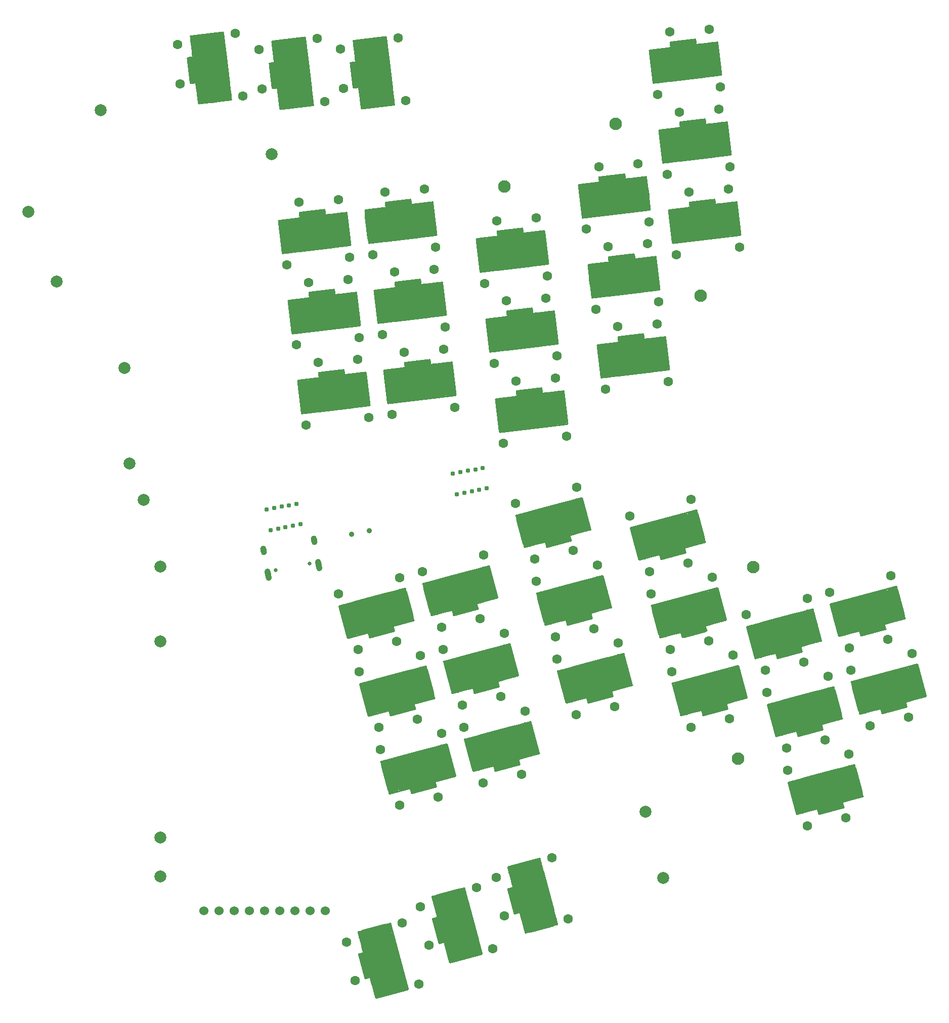
<source format=gbr>
%TF.GenerationSoftware,KiCad,Pcbnew,(5.99.0-11571-g293f207356)*%
%TF.CreationDate,2021-10-03T12:50:15-05:00*%
%TF.ProjectId,fusion,66757369-6f6e-42e6-9b69-6361645f7063,rev?*%
%TF.SameCoordinates,Original*%
%TF.FileFunction,Soldermask,Bot*%
%TF.FilePolarity,Negative*%
%FSLAX46Y46*%
G04 Gerber Fmt 4.6, Leading zero omitted, Abs format (unit mm)*
G04 Created by KiCad (PCBNEW (5.99.0-11571-g293f207356)) date 2021-10-03 12:50:15*
%MOMM*%
%LPD*%
G01*
G04 APERTURE LIST*
G04 Aperture macros list*
%AMHorizOval*
0 Thick line with rounded ends*
0 $1 width*
0 $2 $3 position (X,Y) of the first rounded end (center of the circle)*
0 $4 $5 position (X,Y) of the second rounded end (center of the circle)*
0 Add line between two ends*
20,1,$1,$2,$3,$4,$5,0*
0 Add two circle primitives to create the rounded ends*
1,1,$1,$2,$3*
1,1,$1,$4,$5*%
G04 Aperture macros list end*
%ADD10C,1.600000*%
%ADD11HorizOval,0.300000X2.028444X0.543520X-2.028444X-0.543520X0*%
%ADD12HorizOval,1.000000X1.690370X0.452933X-1.690370X-0.452933X0*%
%ADD13HorizOval,5.800000X2.849481X0.763516X-2.849481X-0.763516X0*%
%ADD14HorizOval,0.300000X-0.711752X2.656296X0.711752X-2.656296X0*%
%ADD15HorizOval,2.000000X-0.491756X1.835259X0.491756X-1.835259X0*%
%ADD16HorizOval,0.300000X5.505777X1.475269X-5.505777X-1.475269X0*%
%ADD17HorizOval,0.300000X-0.103528X0.386370X0.103528X-0.386370X0*%
%ADD18C,2.100000*%
%ADD19HorizOval,0.300000X0.325611X-2.730655X-0.325611X2.730655X0*%
%ADD20HorizOval,5.800000X-2.929248X-0.349292X2.929248X0.349292X0*%
%ADD21HorizOval,0.300000X-5.659903X-0.674903X5.659903X0.674903X0*%
%ADD22HorizOval,2.000000X-0.224968X1.886634X0.224968X-1.886634X0*%
%ADD23HorizOval,0.300000X0.047362X-0.397186X-0.047362X0.397186X0*%
%ADD24HorizOval,1.000000X-1.737690X-0.207207X1.737690X0.207207X0*%
%ADD25HorizOval,0.300000X-2.085228X-0.248648X2.085228X0.248648X0*%
%ADD26C,2.000000*%
%ADD27HorizOval,0.300000X1.475269X-5.505777X-1.475269X5.505777X0*%
%ADD28HorizOval,1.000000X0.452933X-1.690370X-0.452933X1.690370X0*%
%ADD29HorizOval,2.000000X-1.835259X-0.491756X1.835259X0.491756X0*%
%ADD30HorizOval,0.300000X2.656296X0.711752X-2.656296X-0.711752X0*%
%ADD31HorizOval,0.300000X0.386370X0.103528X-0.386370X-0.103528X0*%
%ADD32HorizOval,0.300000X0.543520X-2.028444X-0.543520X2.028444X0*%
%ADD33HorizOval,5.800000X0.763516X-2.849481X-0.763516X2.849481X0*%
%ADD34HorizOval,0.300000X2.730655X0.325611X-2.730655X-0.325611X0*%
%ADD35HorizOval,2.000000X-1.886634X-0.224968X1.886634X0.224968X0*%
%ADD36HorizOval,0.300000X0.674903X-5.659903X-0.674903X5.659903X0*%
%ADD37HorizOval,0.300000X0.397186X0.047362X-0.397186X-0.047362X0*%
%ADD38HorizOval,5.800000X0.349292X-2.929248X-0.349292X2.929248X0*%
%ADD39HorizOval,1.000000X0.207207X-1.737690X-0.207207X1.737690X0*%
%ADD40HorizOval,0.300000X0.248648X-2.085228X-0.248648X2.085228X0*%
%ADD41C,0.900000*%
%ADD42C,1.524000*%
%ADD43C,0.787400*%
%ADD44HorizOval,1.000000X-0.104945X0.539895X0.104945X-0.539895X0*%
%ADD45HorizOval,1.000000X-0.057243X0.294488X0.057243X-0.294488X0*%
%ADD46C,0.650000*%
G04 APERTURE END LIST*
D10*
%TO.C,K30*%
X202600635Y-75436453D03*
X192361822Y-78179935D03*
X195606656Y-87507954D03*
X202040093Y-86094703D03*
D11*
X199655308Y-84921971D03*
D12*
X199564722Y-84583897D03*
D13*
X198710619Y-81396341D03*
D14*
X204216396Y-79921073D03*
X193204842Y-82871610D03*
D15*
X194025879Y-82651614D03*
D16*
X197998866Y-78740045D03*
D17*
X201580225Y-83992080D03*
X197523337Y-85079120D03*
D15*
X203395359Y-80141069D03*
D16*
X199422371Y-84052637D03*
%TD*%
D10*
%TO.C,K32*%
X167827305Y-84753937D03*
X157588492Y-87497419D03*
X160833326Y-96825438D03*
X167266763Y-95412187D03*
D14*
X169443066Y-89238557D03*
D16*
X164649041Y-93370121D03*
D13*
X163937289Y-90713825D03*
D15*
X168622029Y-89458553D03*
D17*
X166806895Y-93309564D03*
X162750007Y-94396604D03*
D12*
X164791392Y-93901381D03*
D16*
X163225536Y-88057529D03*
D15*
X159252549Y-91969098D03*
D11*
X164881978Y-94239455D03*
D14*
X158431512Y-92189094D03*
%TD*%
D18*
%TO.C,H17*%
X205999958Y-60650011D03*
%TD*%
%TO.C,H18*%
X203499958Y-92750015D03*
%TD*%
D10*
%TO.C,K5*%
X131121163Y-36851782D03*
X141646598Y-35596700D03*
X139765384Y-25901241D03*
X133196149Y-26382449D03*
D19*
X130161558Y-32182558D03*
D20*
X135821462Y-31507655D03*
D21*
X135495851Y-28777000D03*
D22*
X140637344Y-30933396D03*
X131005579Y-32081914D03*
D23*
X133351421Y-28529165D03*
X137521876Y-28031869D03*
D19*
X141481365Y-30832752D03*
D24*
X135430729Y-28230869D03*
D21*
X136147073Y-34238310D03*
D25*
X135389287Y-27883331D03*
%TD*%
D10*
%TO.C,K35*%
X229059569Y-62135147D03*
X218820756Y-64878629D03*
X222065590Y-74206648D03*
X228499027Y-72793397D03*
D16*
X225881305Y-70751331D03*
D14*
X219663776Y-69570304D03*
D11*
X226114242Y-71620665D03*
D12*
X226023656Y-71282591D03*
D17*
X228039159Y-70690774D03*
X223982271Y-71777814D03*
D14*
X230675330Y-66619767D03*
D15*
X220484813Y-69350308D03*
X229854293Y-66839763D03*
D16*
X224457800Y-65438739D03*
D13*
X225169553Y-68095035D03*
%TD*%
D18*
%TO.C,H9*%
X183017721Y13612784D03*
%TD*%
D26*
%TO.C,H1*%
X190905519Y-112734265D03*
X187929100Y-101626118D03*
%TD*%
D10*
%TO.C,K2*%
X181265923Y-30872379D03*
X191791358Y-29617297D03*
X189910144Y-19921838D03*
X183340909Y-20403046D03*
D22*
X190782104Y-24953993D03*
D21*
X186291833Y-28258907D03*
D23*
X183496181Y-22549762D03*
D25*
X185534047Y-21903928D03*
D19*
X191626125Y-24853349D03*
D24*
X185575489Y-22251466D03*
D21*
X185640611Y-22797597D03*
D19*
X180306318Y-26203155D03*
D20*
X185966222Y-25528252D03*
D22*
X181150339Y-26102511D03*
D23*
X187666636Y-22052466D03*
%TD*%
D10*
%TO.C,K28*%
X150327324Y-75466817D03*
X140088511Y-78210299D03*
X143333345Y-87538318D03*
X149766782Y-86125067D03*
D15*
X151122048Y-80171433D03*
D17*
X149306914Y-84022444D03*
X145250026Y-85109484D03*
D14*
X140931531Y-82901974D03*
D11*
X147381997Y-84952335D03*
D16*
X145725555Y-78770409D03*
D13*
X146437308Y-81426705D03*
D14*
X151943085Y-79951437D03*
D16*
X147149060Y-84083001D03*
D15*
X141752568Y-82681978D03*
D12*
X147291411Y-84614261D03*
%TD*%
D18*
%TO.C,H8*%
X197222707Y-15170343D03*
%TD*%
D10*
%TO.C,K7*%
X179667464Y-17467351D03*
X190192899Y-16212269D03*
X188311685Y-6516810D03*
X181742450Y-6998018D03*
D25*
X183935588Y-8498900D03*
D23*
X181897722Y-9144734D03*
D20*
X184367763Y-12123224D03*
D19*
X178707859Y-12798127D03*
D21*
X184693374Y-14853879D03*
D22*
X189183645Y-11548965D03*
D23*
X186068177Y-8647438D03*
D22*
X179551880Y-12697483D03*
D21*
X184042152Y-9392569D03*
D19*
X190027666Y-11448321D03*
D24*
X183977030Y-8846438D03*
%TD*%
D10*
%TO.C,K37*%
X162396405Y-124566126D03*
X159652923Y-114327313D03*
X150324904Y-117572147D03*
X151738155Y-124005584D03*
D27*
X153780221Y-121387862D03*
D28*
X153248961Y-121530213D03*
D29*
X155181244Y-115991370D03*
D30*
X154961248Y-115170333D03*
D31*
X153840778Y-123545716D03*
D32*
X152910887Y-121620799D03*
D33*
X156436517Y-120676110D03*
D27*
X159092813Y-119964357D03*
D31*
X152753738Y-119488828D03*
D29*
X157691789Y-125360850D03*
D30*
X157911785Y-126181887D03*
%TD*%
D10*
%TO.C,K18*%
X120574246Y18236945D03*
X119319164Y28762380D03*
X109623705Y26881166D03*
X110104913Y20311931D03*
D34*
X115905022Y17277340D03*
D35*
X115804378Y18121361D03*
X114655860Y27753126D03*
D36*
X117960774Y23262855D03*
D37*
X111754333Y24637658D03*
D34*
X114555216Y28597147D03*
D36*
X112499464Y22611633D03*
D37*
X112251629Y20467203D03*
D38*
X115230119Y22937244D03*
D39*
X111953333Y22546511D03*
D40*
X111605795Y22505069D03*
%TD*%
D10*
%TO.C,K11*%
X189980531Y18506820D03*
X200505966Y19761902D03*
X198624752Y29457361D03*
X192055517Y28976153D03*
D21*
X194355219Y26581602D03*
D22*
X199496712Y24425206D03*
D19*
X189020926Y23176044D03*
X200340733Y24525850D03*
D24*
X194290097Y27127733D03*
D23*
X196381244Y27326733D03*
D20*
X194680830Y23850947D03*
D25*
X194248655Y27475271D03*
D22*
X189864947Y23276688D03*
D23*
X192210789Y26829437D03*
D21*
X195006441Y21120292D03*
%TD*%
D10*
%TO.C,K12*%
X178069011Y-4062314D03*
X188594446Y-2807232D03*
X186713232Y6888227D03*
X180143997Y6407019D03*
D21*
X182443699Y4012468D03*
D25*
X182337135Y4906137D03*
D19*
X188429213Y1956716D03*
D22*
X187585192Y1856072D03*
D21*
X183094921Y-1448842D03*
D19*
X177109406Y606910D03*
D23*
X184469724Y4757599D03*
D24*
X182378577Y4558599D03*
D22*
X177953427Y707554D03*
D23*
X180299269Y4260303D03*
D20*
X182769310Y1281813D03*
%TD*%
D10*
%TO.C,K34*%
X232553625Y-75175143D03*
X222314812Y-77918625D03*
X225559646Y-87246644D03*
X231993083Y-85833393D03*
D17*
X231533215Y-83730770D03*
D11*
X229608298Y-84660661D03*
D17*
X227476327Y-84817810D03*
D14*
X223157832Y-82610300D03*
X234169386Y-79659763D03*
D16*
X229375361Y-83791327D03*
X227951856Y-78478735D03*
D15*
X223978869Y-82390304D03*
D13*
X228663609Y-81135031D03*
D12*
X229517712Y-84322587D03*
D15*
X233348349Y-79879759D03*
%TD*%
D10*
%TO.C,K29*%
X222041759Y-91968020D03*
X211802946Y-94711502D03*
X215047780Y-104039521D03*
X221481217Y-102626270D03*
D13*
X218151743Y-97927908D03*
D11*
X219096432Y-101453538D03*
D15*
X213467003Y-99183181D03*
D14*
X223657520Y-96452640D03*
D17*
X216964461Y-101610687D03*
D15*
X222836483Y-96672636D03*
D17*
X221021349Y-100523647D03*
D16*
X217439990Y-95271612D03*
X218863495Y-100584204D03*
D12*
X219005846Y-101115464D03*
D14*
X212645966Y-99403177D03*
%TD*%
D10*
%TO.C,K25*%
X199106576Y-62396453D03*
X188867763Y-65139935D03*
X192112597Y-74467954D03*
X198546034Y-73054703D03*
D14*
X200722337Y-66881073D03*
D13*
X195216560Y-68356341D03*
D15*
X199901300Y-67101069D03*
D14*
X189710783Y-69831610D03*
D12*
X196070663Y-71543897D03*
D11*
X196161249Y-71881971D03*
D16*
X195928312Y-71012637D03*
X194504807Y-65700045D03*
D15*
X190531820Y-69611614D03*
D17*
X194029278Y-72039120D03*
X198086166Y-70952080D03*
%TD*%
D18*
%TO.C,H15*%
X164327219Y3121450D03*
%TD*%
D10*
%TO.C,K23*%
X146833266Y-62426815D03*
X136594453Y-65170297D03*
X139839287Y-74498316D03*
X146272724Y-73085065D03*
D12*
X143797353Y-71574259D03*
D17*
X141755968Y-72069482D03*
D14*
X137437473Y-69861972D03*
D11*
X143887939Y-71912333D03*
D14*
X148449027Y-66911435D03*
D17*
X145812856Y-70982442D03*
D15*
X138258510Y-69641976D03*
D16*
X142231497Y-65730407D03*
X143655002Y-71042999D03*
D13*
X142943250Y-68386703D03*
D15*
X147627990Y-67131431D03*
%TD*%
D10*
%TO.C,K16*%
X147857931Y17461986D03*
X146602849Y27987421D03*
X136907390Y26106207D03*
X137388598Y19536972D03*
D37*
X139038018Y23862699D03*
D34*
X143188707Y16502381D03*
X141838901Y27822188D03*
D36*
X139783149Y21836674D03*
D38*
X142513804Y22162285D03*
D40*
X138889480Y21730110D03*
D35*
X141939545Y26978167D03*
D39*
X139237018Y21771552D03*
D37*
X139535314Y19692244D03*
D36*
X145244459Y22487896D03*
D35*
X143088063Y17346402D03*
%TD*%
D41*
%TO.C,SW2*%
X141735933Y-54608072D03*
X138791051Y-55180499D03*
%TD*%
D10*
%TO.C,K22*%
X160839190Y-58673940D03*
X150600377Y-61417422D03*
X153845211Y-70745441D03*
X160278648Y-69332190D03*
D14*
X151443397Y-66109097D03*
X162454951Y-63158560D03*
D13*
X156949174Y-64633828D03*
D17*
X159818780Y-67229567D03*
D16*
X157660926Y-67290124D03*
D17*
X155761892Y-68316607D03*
D12*
X157803277Y-67821384D03*
D16*
X156237421Y-61977532D03*
D15*
X161633914Y-63378556D03*
D11*
X157893863Y-68159458D03*
D15*
X152264434Y-65889101D03*
%TD*%
D10*
%TO.C,K33*%
X153821378Y-88506814D03*
X143582565Y-91250296D03*
X146827399Y-100578315D03*
X153260836Y-99165064D03*
D17*
X152800968Y-97062441D03*
D16*
X149219609Y-91810406D03*
D15*
X145246622Y-95721975D03*
D14*
X144425585Y-95941971D03*
D17*
X148744080Y-98149481D03*
D11*
X150876051Y-97992332D03*
D12*
X150785465Y-97654258D03*
D14*
X155437139Y-92991434D03*
D16*
X150643114Y-97122998D03*
D15*
X154616102Y-93211430D03*
D13*
X149931362Y-94466702D03*
%TD*%
D10*
%TO.C,K31*%
X183402230Y-73333721D03*
X173163417Y-76077203D03*
X176408251Y-85405222D03*
X182841688Y-83991971D03*
D14*
X185017991Y-77818341D03*
D13*
X179512214Y-79293609D03*
D15*
X174827474Y-80548882D03*
D17*
X182381820Y-81889348D03*
X178324932Y-82976388D03*
D15*
X184196954Y-78038337D03*
D16*
X178800461Y-76637313D03*
D14*
X174006437Y-80768878D03*
D12*
X180366317Y-82481165D03*
D16*
X180223966Y-81949905D03*
D11*
X180456903Y-82819239D03*
%TD*%
D10*
%TO.C,K13*%
X161024458Y-13144342D03*
X171549893Y-11889260D03*
X169668679Y-2193801D03*
X163099444Y-2675009D03*
D19*
X160064853Y-8475118D03*
D22*
X170540639Y-7225956D03*
X160908874Y-8374474D03*
D24*
X165334024Y-4523429D03*
D21*
X165399146Y-5069560D03*
X166050368Y-10530870D03*
D20*
X165724757Y-7800215D03*
D19*
X171384660Y-7125312D03*
D23*
X167425171Y-4324429D03*
X163254716Y-4821725D03*
D25*
X165292582Y-4175891D03*
%TD*%
D26*
%TO.C,H13*%
X104012081Y-49382420D03*
X101598190Y-43347262D03*
%TD*%
%TO.C,H14*%
X106749956Y-112500013D03*
X106749956Y-106000013D03*
%TD*%
D42*
%TO.C,LCD1*%
X114089962Y-118218011D03*
X116629962Y-118218011D03*
X119169962Y-118218011D03*
X121709962Y-118218011D03*
X124249962Y-118218011D03*
X126789962Y-118218011D03*
X129329962Y-118218011D03*
X131869962Y-118218011D03*
X134409962Y-118218011D03*
%TD*%
D10*
%TO.C,K17*%
X134275292Y17352981D03*
X133020210Y27878416D03*
X123324751Y25997202D03*
X123805959Y19427967D03*
D37*
X125952675Y19583239D03*
D35*
X128356906Y26869162D03*
D39*
X125654379Y21662547D03*
D34*
X129606068Y16393376D03*
D38*
X128931165Y22053280D03*
D34*
X128256262Y27713183D03*
D36*
X131661820Y22378891D03*
X126200510Y21727669D03*
D40*
X125306841Y21621105D03*
D35*
X129505424Y17237397D03*
D37*
X125455379Y23753694D03*
%TD*%
D10*
%TO.C,K9*%
X143920708Y-21729891D03*
X154446143Y-20474809D03*
X152564929Y-10779350D03*
X145995694Y-11260558D03*
D22*
X143805124Y-16960023D03*
D23*
X146150966Y-13407274D03*
D21*
X148946618Y-19116419D03*
D24*
X148230274Y-13108978D03*
D25*
X148188832Y-12761440D03*
D19*
X154280910Y-15710861D03*
D22*
X153436889Y-15811505D03*
D23*
X150321421Y-12909978D03*
D21*
X148295396Y-13655109D03*
D20*
X148621007Y-16385764D03*
D19*
X142961103Y-17060667D03*
%TD*%
D10*
%TO.C,K4*%
X145519162Y-35134929D03*
X156044597Y-33879847D03*
X154163383Y-24184388D03*
X147594148Y-24665596D03*
D21*
X149893850Y-27060147D03*
D23*
X147749420Y-26812312D03*
D19*
X144559557Y-30465705D03*
D21*
X150545072Y-32521457D03*
D25*
X149787286Y-26166478D03*
D23*
X151919875Y-26315016D03*
D20*
X150219461Y-29790802D03*
D24*
X149828728Y-26514016D03*
D22*
X145403578Y-30365061D03*
D19*
X155879364Y-29115899D03*
D22*
X155035343Y-29216543D03*
%TD*%
D26*
%TO.C,H12*%
X84719517Y-1147586D03*
X89398751Y-12846507D03*
%TD*%
D10*
%TO.C,K20*%
X195612520Y-49356457D03*
X185373707Y-52099939D03*
X188618541Y-61427958D03*
X195051978Y-60014707D03*
D15*
X187037764Y-56571618D03*
D11*
X192667193Y-58841975D03*
D16*
X192434256Y-57972641D03*
D17*
X190535222Y-58999124D03*
D13*
X191722504Y-55316345D03*
D12*
X192576607Y-58503901D03*
D17*
X194592110Y-57912084D03*
D14*
X197228281Y-53841077D03*
D16*
X191010751Y-52660049D03*
D15*
X196407244Y-54061073D03*
D14*
X186216727Y-56791614D03*
%TD*%
D26*
%TO.C,H11*%
X106749958Y-60550013D03*
X106749958Y-73150013D03*
%TD*%
%TO.C,H20*%
X96822175Y15900829D03*
X100769348Y-27335959D03*
X125395649Y8532207D03*
%TD*%
D10*
%TO.C,K14*%
X142322256Y-8324854D03*
X152847691Y-7069772D03*
X150966477Y2625687D03*
X144397242Y2144479D03*
D25*
X146590380Y643597D03*
D19*
X141362651Y-3655630D03*
D21*
X147348166Y-5711382D03*
D24*
X146631822Y296059D03*
D23*
X148722969Y495059D03*
D22*
X142206672Y-3554986D03*
X151838437Y-2406468D03*
D20*
X147022555Y-2980727D03*
D23*
X144552514Y-2237D03*
D19*
X152682458Y-2305824D03*
D21*
X146696944Y-250072D03*
%TD*%
D10*
%TO.C,K36*%
X175048172Y-119623178D03*
X172304690Y-109384365D03*
X162976671Y-112629199D03*
X164389922Y-119062636D03*
D27*
X171744580Y-115021409D03*
D29*
X170343556Y-120417902D03*
D28*
X165900728Y-116587265D03*
D30*
X167613015Y-110227385D03*
D27*
X166431988Y-116444914D03*
D33*
X169088284Y-115733162D03*
D31*
X165405505Y-114545880D03*
D29*
X167833011Y-111048422D03*
D30*
X170563552Y-121238939D03*
D31*
X166492545Y-118602768D03*
D32*
X165562654Y-116677851D03*
%TD*%
D10*
%TO.C,K8*%
X162622916Y-26549377D03*
X173148351Y-25294295D03*
X171267137Y-15598836D03*
X164697902Y-16080044D03*
D19*
X172983118Y-20530347D03*
D21*
X166997604Y-18474595D03*
D22*
X172139097Y-20630991D03*
D25*
X166891040Y-17580926D03*
D23*
X164853174Y-18226760D03*
X169023629Y-17729464D03*
D19*
X161663311Y-21880153D03*
D24*
X166932482Y-17928464D03*
D20*
X167323215Y-21205250D03*
D22*
X162507332Y-21779509D03*
D21*
X167648826Y-23935905D03*
%TD*%
D10*
%TO.C,K3*%
X164221370Y-39954414D03*
X174746805Y-38699332D03*
X172865591Y-29003873D03*
X166296356Y-29485081D03*
D23*
X170622083Y-31134501D03*
D21*
X169247280Y-37340942D03*
X168596058Y-31879632D03*
D22*
X173737551Y-34036028D03*
D24*
X168530936Y-31333501D03*
D19*
X174581572Y-33935384D03*
D22*
X164105786Y-35184546D03*
D25*
X168489494Y-30985963D03*
D19*
X163261765Y-35285190D03*
D23*
X166451628Y-31631797D03*
D20*
X168921669Y-34610287D03*
%TD*%
D10*
%TO.C,K26*%
X179908182Y-60293713D03*
X169669369Y-63037195D03*
X172914203Y-72365214D03*
X179347640Y-70951963D03*
D15*
X180702906Y-64998329D03*
D16*
X175306413Y-63597305D03*
D15*
X171333426Y-67508874D03*
D11*
X176962855Y-69779231D03*
D14*
X170512389Y-67728870D03*
D12*
X176872269Y-69441157D03*
D17*
X174830884Y-69936380D03*
D14*
X181523943Y-64778333D03*
D13*
X176018166Y-66253601D03*
D17*
X178887772Y-68849340D03*
D16*
X176729918Y-68909897D03*
%TD*%
D43*
%TO.C,H2*%
X161396643Y-47482387D03*
X158902468Y-47962689D03*
X157655380Y-48202841D03*
X156408293Y-48442992D03*
X160149555Y-47722538D03*
%TD*%
D10*
%TO.C,K6*%
X191578985Y5101785D03*
X202104420Y6356867D03*
X200223206Y16052326D03*
X193653971Y15571118D03*
D25*
X195847109Y14070236D03*
D23*
X193809243Y13424402D03*
D21*
X195953673Y13176567D03*
D20*
X196279284Y10445912D03*
D24*
X195888551Y13722698D03*
D23*
X197979698Y13921698D03*
D19*
X201939187Y11120815D03*
D22*
X201095166Y11020171D03*
X191463401Y9871653D03*
D21*
X196604895Y7715257D03*
D19*
X190619380Y9771009D03*
%TD*%
D10*
%TO.C,K38*%
X150003454Y-130474996D03*
X147259972Y-120236183D03*
X137931953Y-123481017D03*
X139345204Y-129914454D03*
D33*
X144043566Y-126584980D03*
D29*
X145298838Y-131269720D03*
D28*
X140856010Y-127439083D03*
D27*
X146699862Y-125873227D03*
D31*
X141447827Y-129454586D03*
D27*
X141387270Y-127296732D03*
D29*
X142788293Y-121900240D03*
D30*
X142568297Y-121079203D03*
D32*
X140517936Y-127529669D03*
D31*
X140360787Y-125397698D03*
D30*
X145518834Y-132090757D03*
%TD*%
D10*
%TO.C,K19*%
X215053646Y-65888021D03*
X204814833Y-68631503D03*
X208059667Y-77959522D03*
X214493104Y-76546271D03*
D14*
X216669407Y-70372641D03*
D17*
X214033236Y-74443648D03*
D16*
X211875382Y-74504205D03*
X210451877Y-69191613D03*
D15*
X215848370Y-70592637D03*
D12*
X212017733Y-75035465D03*
D17*
X209976348Y-75530688D03*
D11*
X212108319Y-75373539D03*
D14*
X205657853Y-73323178D03*
D13*
X211163630Y-71847909D03*
D15*
X206478890Y-73103182D03*
%TD*%
D10*
%TO.C,K27*%
X164333246Y-71713938D03*
X154094433Y-74457420D03*
X157339267Y-83785439D03*
X163772704Y-82372188D03*
D17*
X163312836Y-80269565D03*
D13*
X160443230Y-77673826D03*
D15*
X155758490Y-78929099D03*
D11*
X161387919Y-81199456D03*
D16*
X159731477Y-75017530D03*
D14*
X154937453Y-79149095D03*
D17*
X159255948Y-81356605D03*
D15*
X165127970Y-76418554D03*
D16*
X161154982Y-80330122D03*
D12*
X161297333Y-80861382D03*
D14*
X165949007Y-76198558D03*
%TD*%
D10*
%TO.C,K15*%
X127924254Y-10041715D03*
X138449689Y-8786633D03*
X136568475Y908826D03*
X129999240Y427618D03*
D24*
X132233820Y-1420802D03*
D23*
X130154512Y-1719098D03*
D25*
X132192378Y-1073264D03*
D22*
X127808670Y-5271847D03*
D21*
X132298942Y-1966933D03*
X132950164Y-7428243D03*
D19*
X138284456Y-4022685D03*
D20*
X132624553Y-4697588D03*
D23*
X134324967Y-1221802D03*
D19*
X126964649Y-5372491D03*
D22*
X137440435Y-4123329D03*
%TD*%
D43*
%TO.C,H4*%
X128972366Y-53726318D03*
X126478191Y-54206621D03*
X127725279Y-53966469D03*
X130219454Y-53486167D03*
X125231104Y-54446772D03*
%TD*%
D10*
%TO.C,K1*%
X193177439Y-8303246D03*
X203702874Y-7048164D03*
X201821660Y2647295D03*
X195252425Y2166087D03*
D24*
X197487005Y317667D03*
D19*
X192217834Y-3634022D03*
X203537641Y-2284216D03*
D23*
X199578152Y516667D03*
X195407697Y19371D03*
D22*
X202693620Y-2384860D03*
D20*
X197877738Y-2959119D03*
D22*
X193061855Y-3533378D03*
D21*
X197552127Y-228464D03*
D25*
X197445563Y665205D03*
D21*
X198203349Y-5689774D03*
%TD*%
D10*
%TO.C,K10*%
X129522703Y-23446747D03*
X140048138Y-22191665D03*
X138166924Y-12496206D03*
X131597689Y-12977414D03*
D25*
X133790827Y-14478296D03*
D22*
X139038884Y-17528361D03*
D23*
X135923416Y-14626834D03*
D21*
X134548613Y-20833275D03*
D19*
X139882905Y-17427717D03*
D23*
X131752961Y-15124130D03*
D19*
X128563098Y-18777523D03*
D24*
X133832269Y-14825834D03*
D22*
X129407119Y-18676879D03*
D21*
X133897391Y-15371965D03*
D20*
X134223002Y-18102620D03*
%TD*%
D10*
%TO.C,K21*%
X176414123Y-47253717D03*
X166175310Y-49997199D03*
X169420144Y-59325218D03*
X175853581Y-57911967D03*
D14*
X178029884Y-51738337D03*
D11*
X173468796Y-56739235D03*
D16*
X171812354Y-50557309D03*
D14*
X167018330Y-54688874D03*
D15*
X177208847Y-51958333D03*
D17*
X175393713Y-55809344D03*
D16*
X173235859Y-55869901D03*
D15*
X167839367Y-54468878D03*
D17*
X171336825Y-56896384D03*
D13*
X172524107Y-53213605D03*
D12*
X173378210Y-56401161D03*
%TD*%
D44*
%TO.C,J2*%
X133297466Y-60285910D03*
D45*
X132499884Y-56182709D03*
D44*
X124816207Y-61934500D03*
D45*
X124018625Y-57831298D03*
D46*
X131792610Y-60038505D03*
X126118805Y-61141381D03*
%TD*%
D10*
%TO.C,K24*%
X218547701Y-78928018D03*
X208308888Y-81671500D03*
X211553722Y-90999519D03*
X217987159Y-89586268D03*
D15*
X209972945Y-86143179D03*
D13*
X214657685Y-84887906D03*
D17*
X213470403Y-88570685D03*
D14*
X209151908Y-86363175D03*
D16*
X213945932Y-82231610D03*
X215369437Y-87544202D03*
D14*
X220163462Y-83412638D03*
D15*
X219342425Y-83632634D03*
D12*
X215511788Y-88075462D03*
D17*
X217527291Y-87483645D03*
D11*
X215602374Y-88413536D03*
%TD*%
D43*
%TO.C,H4*%
X125817870Y-50777622D03*
X127064957Y-50537471D03*
X129559132Y-50057168D03*
X128312045Y-50297319D03*
X124570782Y-51017773D03*
%TD*%
%TO.C,H2*%
X160736321Y-44053387D03*
X155747971Y-45013992D03*
X159489234Y-44293538D03*
X156995059Y-44773841D03*
X158242146Y-44533690D03*
%TD*%
M02*

</source>
